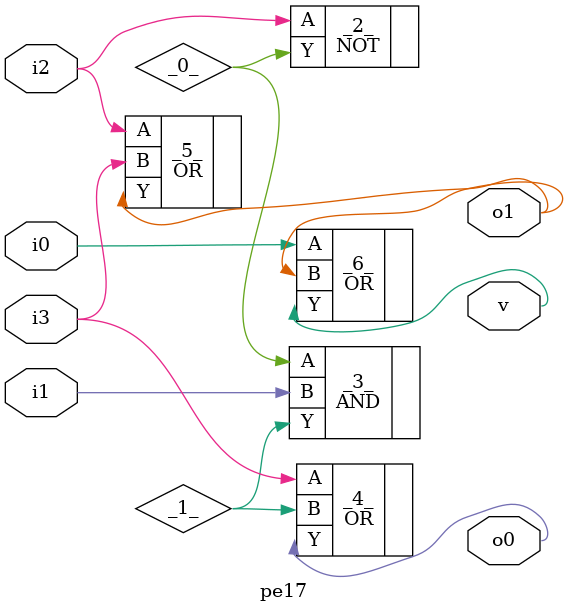
<source format=v>
/* Generated by Yosys 0.41+83 (git sha1 7045cf509, x86_64-w64-mingw32-g++ 13.2.1 -Os) */

/* cells_not_processed =  1  */
/* src = "pe17.v:1.1-10.10" */
module pe17(i3, i2, i1, i0, o0, o1, v);
  wire _0_;
  wire _1_;
  /* src = "pe17.v:3.20-3.22" */
  input i0;
  wire i0;
  /* src = "pe17.v:3.17-3.19" */
  input i1;
  wire i1;
  /* src = "pe17.v:3.14-3.16" */
  input i2;
  wire i2;
  /* src = "pe17.v:3.11-3.13" */
  input i3;
  wire i3;
  /* src = "pe17.v:4.12-4.14" */
  output o0;
  wire o0;
  /* src = "pe17.v:4.15-4.17" */
  output o1;
  wire o1;
  /* src = "pe17.v:4.18-4.19" */
  output v;
  wire v;
  NOT _2_ (
    .A(i2),
    .Y(_0_)
  );
  AND _3_ (
    .A(_0_),
    .B(i1),
    .Y(_1_)
  );
  OR _4_ (
    .A(i3),
    .B(_1_),
    .Y(o0)
  );
  OR _5_ (
    .A(i2),
    .B(i3),
    .Y(o1)
  );
  OR _6_ (
    .A(i0),
    .B(o1),
    .Y(v)
  );
endmodule

</source>
